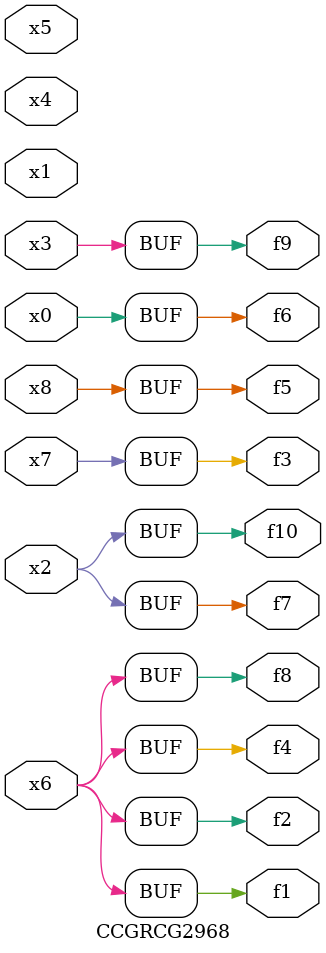
<source format=v>
module CCGRCG2968(
	input x0, x1, x2, x3, x4, x5, x6, x7, x8,
	output f1, f2, f3, f4, f5, f6, f7, f8, f9, f10
);
	assign f1 = x6;
	assign f2 = x6;
	assign f3 = x7;
	assign f4 = x6;
	assign f5 = x8;
	assign f6 = x0;
	assign f7 = x2;
	assign f8 = x6;
	assign f9 = x3;
	assign f10 = x2;
endmodule

</source>
